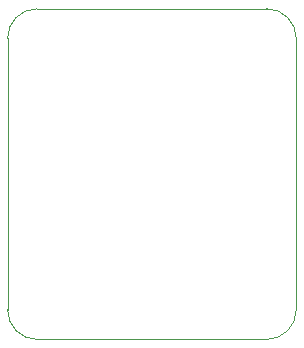
<source format=gm1>
G04 #@! TF.GenerationSoftware,KiCad,Pcbnew,9.0.1-9.0.1-0~ubuntu24.04.1*
G04 #@! TF.CreationDate,2025-05-08T14:48:16+02:00*
G04 #@! TF.ProjectId,MP1584-5V,4d503135-3834-42d3-9556-2e6b69636164,rev?*
G04 #@! TF.SameCoordinates,Original*
G04 #@! TF.FileFunction,Profile,NP*
%FSLAX46Y46*%
G04 Gerber Fmt 4.6, Leading zero omitted, Abs format (unit mm)*
G04 Created by KiCad (PCBNEW 9.0.1-9.0.1-0~ubuntu24.04.1) date 2025-05-08 14:48:16*
%MOMM*%
%LPD*%
G01*
G04 APERTURE LIST*
G04 #@! TA.AperFunction,Profile*
%ADD10C,0.050000*%
G04 #@! TD*
G04 APERTURE END LIST*
D10*
X155975000Y-109000000D02*
G75*
G02*
X153475000Y-106500000I0J2500000D01*
G01*
X153475000Y-83500000D02*
G75*
G02*
X155975000Y-81000000I2500000J0D01*
G01*
X175420000Y-81000000D02*
G75*
G02*
X177920000Y-83500000I0J-2500000D01*
G01*
X153475000Y-106500000D02*
X153475000Y-83500000D01*
X177920000Y-106500000D02*
G75*
G02*
X175420000Y-109000000I-2500000J0D01*
G01*
X155975000Y-81000000D02*
X175420000Y-81000000D01*
X177920000Y-83500000D02*
X177920000Y-106500000D01*
X175420000Y-109000000D02*
X155975000Y-109000000D01*
M02*

</source>
